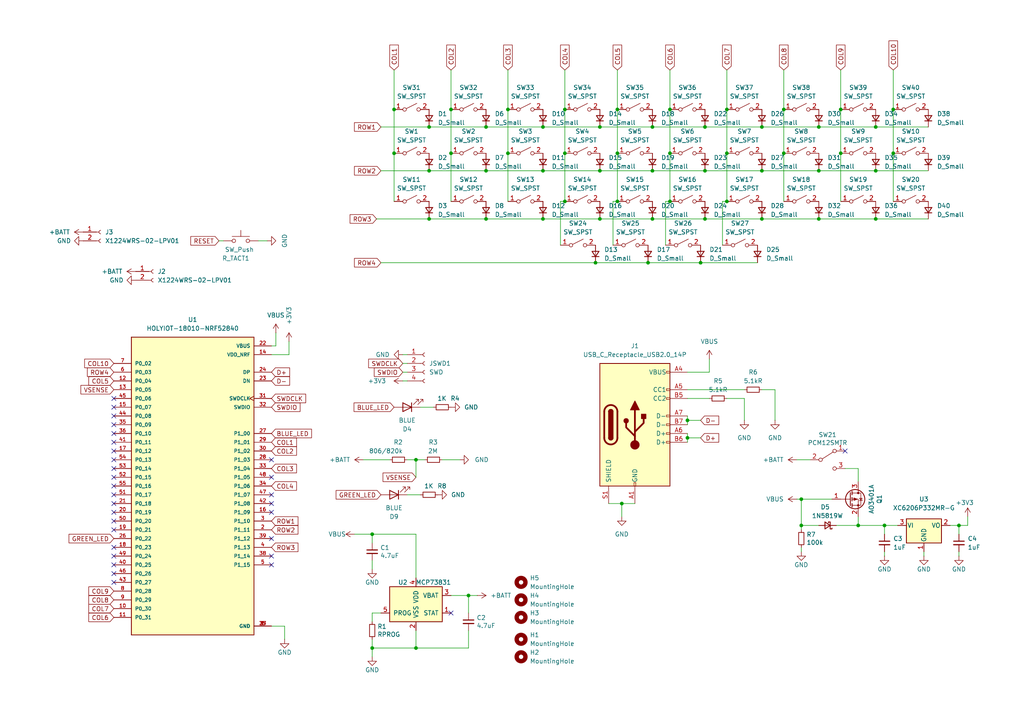
<source format=kicad_sch>
(kicad_sch (version 20231120) (generator "eeschema") (generator_version "8.0")
  (paper "A4")
  (junction (at 157.48 63.5))
  (junction (at 157.48 49.53))
  (junction (at 173.99 36.83))
  (junction (at 220.98 49.53))
  (junction (at 204.47 63.5))
  (junction (at 210.82 44.45))
  (junction (at 189.23 49.53))
  (junction (at 227.33 31.75))
  (junction (at 259.08 44.45))
  (junction (at 243.84 44.45))
  (junction (at 147.32 44.45))
  (junction (at 147.32 31.75))
  (junction (at 124.46 63.5))
  (junction (at 124.46 36.83))
  (junction (at 254 63.5))
  (junction (at 232.41 144.78))
  (junction (at 237.49 36.83))
  (junction (at 194.31 31.75))
  (junction (at 124.46 49.53))
  (junction (at 140.97 63.5))
  (junction (at 163.83 31.75))
  (junction (at 130.81 31.75))
  (junction (at 220.98 63.5))
  (junction (at 120.65 133.35))
  (junction (at 259.08 31.75))
  (junction (at 107.95 187.96))
  (junction (at 210.82 31.75))
  (junction (at 179.07 44.45))
  (junction (at 180.34 146.05))
  (junction (at 173.99 63.5))
  (junction (at 107.95 154.94))
  (junction (at 140.97 49.53))
  (junction (at 199.39 121.92))
  (junction (at 237.49 63.5))
  (junction (at 130.81 44.45))
  (junction (at 203.2 76.2))
  (junction (at 114.3 31.75))
  (junction (at 220.98 36.83))
  (junction (at 199.39 127))
  (junction (at 179.07 58.42))
  (junction (at 254 36.83))
  (junction (at 163.83 58.42))
  (junction (at 278.13 152.4))
  (junction (at 243.84 31.75))
  (junction (at 227.33 44.45))
  (junction (at 173.99 49.53))
  (junction (at 194.31 44.45))
  (junction (at 256.54 152.4))
  (junction (at 210.82 58.42))
  (junction (at 172.72 76.2))
  (junction (at 179.07 31.75))
  (junction (at 189.23 36.83))
  (junction (at 204.47 49.53))
  (junction (at 157.48 36.83))
  (junction (at 189.23 63.5))
  (junction (at 187.96 76.2))
  (junction (at 140.97 36.83))
  (junction (at 248.92 152.4))
  (junction (at 232.41 152.4))
  (junction (at 114.3 44.45))
  (junction (at 204.47 36.83))
  (junction (at 194.31 58.42))
  (junction (at 163.83 44.45))
  (junction (at 120.65 187.96))
  (junction (at 135.89 172.72))
  (junction (at 254 49.53))
  (junction (at 237.49 49.53))
  (no_connect (at 33.02 151.13))
  (no_connect (at 78.74 146.05))
  (no_connect (at 33.02 135.89))
  (no_connect (at 33.02 133.35))
  (no_connect (at 33.02 120.65))
  (no_connect (at 33.02 118.11))
  (no_connect (at 33.02 143.51))
  (no_connect (at 78.74 143.51))
  (no_connect (at 33.02 158.75))
  (no_connect (at 78.74 163.83))
  (no_connect (at 33.02 163.83))
  (no_connect (at 33.02 140.97))
  (no_connect (at 33.02 123.19))
  (no_connect (at 78.74 133.35))
  (no_connect (at 33.02 115.57))
  (no_connect (at 33.02 153.67))
  (no_connect (at 130.81 177.8))
  (no_connect (at 33.02 138.43))
  (no_connect (at 78.74 156.21))
  (no_connect (at 33.02 161.29))
  (no_connect (at 33.02 168.91))
  (no_connect (at 78.74 138.43))
  (no_connect (at 33.02 166.37))
  (no_connect (at 33.02 125.73))
  (no_connect (at 245.11 130.81))
  (no_connect (at 33.02 128.27))
  (no_connect (at 33.02 130.81))
  (no_connect (at 78.74 148.59))
  (no_connect (at 78.74 161.29))
  (no_connect (at 33.02 148.59))
  (no_connect (at 33.02 146.05))
  (wire (pts (xy 227.33 44.45) (xy 227.33 58.42)))
  (wire (pts (xy 147.32 44.45) (xy 147.32 58.42)))
  (wire (pts (xy 128.27 133.35) (xy 133.35 133.35)))
  (wire (pts (xy 173.99 63.5) (xy 189.23 63.5)))
  (wire (pts (xy 124.46 36.83) (xy 140.97 36.83)))
  (wire (pts (xy 194.31 31.75) (xy 194.31 44.45)))
  (wire (pts (xy 110.49 49.53) (xy 124.46 49.53)))
  (wire (pts (xy 248.92 152.4) (xy 256.54 152.4)))
  (wire (pts (xy 209.55 58.42) (xy 209.55 71.12)))
  (wire (pts (xy 147.32 31.75) (xy 147.32 44.45)))
  (wire (pts (xy 204.47 63.5) (xy 220.98 63.5)))
  (wire (pts (xy 179.07 58.42) (xy 177.8 58.42)))
  (wire (pts (xy 157.48 36.83) (xy 173.99 36.83)))
  (wire (pts (xy 242.57 152.4) (xy 248.92 152.4)))
  (wire (pts (xy 237.49 49.53) (xy 254 49.53)))
  (wire (pts (xy 63.5 69.85) (xy 64.77 69.85)))
  (wire (pts (xy 102.87 154.94) (xy 107.95 154.94)))
  (wire (pts (xy 124.46 63.5) (xy 140.97 63.5)))
  (wire (pts (xy 110.49 36.83) (xy 124.46 36.83)))
  (wire (pts (xy 199.39 125.73) (xy 199.39 127)))
  (wire (pts (xy 248.92 152.4) (xy 248.92 149.86)))
  (wire (pts (xy 243.84 31.75) (xy 243.84 44.45)))
  (wire (pts (xy 203.2 76.2) (xy 219.71 76.2)))
  (wire (pts (xy 163.83 44.45) (xy 163.83 58.42)))
  (wire (pts (xy 107.95 162.56) (xy 107.95 165.1)))
  (wire (pts (xy 179.07 20.32) (xy 179.07 31.75)))
  (wire (pts (xy 220.98 49.53) (xy 237.49 49.53)))
  (wire (pts (xy 107.95 154.94) (xy 120.65 154.94)))
  (wire (pts (xy 237.49 63.5) (xy 254 63.5)))
  (wire (pts (xy 231.14 144.78) (xy 232.41 144.78)))
  (wire (pts (xy 118.11 133.35) (xy 120.65 133.35)))
  (wire (pts (xy 110.49 76.2) (xy 172.72 76.2)))
  (wire (pts (xy 120.65 154.94) (xy 120.65 167.64)))
  (wire (pts (xy 180.34 146.05) (xy 180.34 149.86)))
  (wire (pts (xy 135.89 182.88) (xy 135.89 187.96)))
  (wire (pts (xy 199.39 113.03) (xy 215.9 113.03)))
  (wire (pts (xy 194.31 58.42) (xy 193.04 58.42)))
  (wire (pts (xy 180.34 146.05) (xy 184.15 146.05)))
  (wire (pts (xy 232.41 152.4) (xy 232.41 144.78)))
  (wire (pts (xy 248.92 135.89) (xy 248.92 139.7)))
  (wire (pts (xy 189.23 49.53) (xy 204.47 49.53)))
  (wire (pts (xy 140.97 36.83) (xy 157.48 36.83)))
  (wire (pts (xy 220.98 113.03) (xy 224.79 113.03)))
  (wire (pts (xy 232.41 158.75) (xy 232.41 160.02)))
  (wire (pts (xy 118.11 143.51) (xy 121.92 143.51)))
  (wire (pts (xy 259.08 31.75) (xy 259.08 44.45)))
  (wire (pts (xy 124.46 49.53) (xy 140.97 49.53)))
  (wire (pts (xy 210.82 58.42) (xy 209.55 58.42)))
  (wire (pts (xy 205.74 107.95) (xy 205.74 104.14)))
  (wire (pts (xy 194.31 44.45) (xy 194.31 58.42)))
  (wire (pts (xy 107.95 157.48) (xy 107.95 154.94)))
  (wire (pts (xy 78.74 181.61) (xy 82.55 181.61)))
  (wire (pts (xy 231.14 133.35) (xy 234.95 133.35)))
  (wire (pts (xy 193.04 58.42) (xy 193.04 71.12)))
  (wire (pts (xy 260.35 152.4) (xy 256.54 152.4)))
  (wire (pts (xy 172.72 76.2) (xy 187.96 76.2)))
  (wire (pts (xy 177.8 58.42) (xy 177.8 71.12)))
  (wire (pts (xy 254 49.53) (xy 269.24 49.53)))
  (wire (pts (xy 187.96 76.2) (xy 203.2 76.2)))
  (wire (pts (xy 254 63.5) (xy 269.24 63.5)))
  (wire (pts (xy 215.9 115.57) (xy 215.9 121.92)))
  (wire (pts (xy 120.65 133.35) (xy 123.19 133.35)))
  (wire (pts (xy 120.65 133.35) (xy 120.65 138.43)))
  (wire (pts (xy 82.55 181.61) (xy 82.55 185.42)))
  (wire (pts (xy 243.84 44.45) (xy 243.84 58.42)))
  (wire (pts (xy 163.83 31.75) (xy 163.83 44.45)))
  (wire (pts (xy 109.22 63.5) (xy 124.46 63.5)))
  (wire (pts (xy 199.39 120.65) (xy 199.39 121.92)))
  (wire (pts (xy 224.79 113.03) (xy 224.79 121.92)))
  (wire (pts (xy 199.39 115.57) (xy 205.74 115.57)))
  (wire (pts (xy 278.13 152.4) (xy 278.13 154.94)))
  (wire (pts (xy 210.82 115.57) (xy 215.9 115.57)))
  (wire (pts (xy 173.99 36.83) (xy 189.23 36.83)))
  (wire (pts (xy 243.84 20.32) (xy 243.84 31.75)))
  (wire (pts (xy 162.56 58.42) (xy 162.56 71.12)))
  (wire (pts (xy 179.07 31.75) (xy 179.07 44.45)))
  (wire (pts (xy 210.82 20.32) (xy 210.82 31.75)))
  (wire (pts (xy 220.98 36.83) (xy 237.49 36.83)))
  (wire (pts (xy 199.39 121.92) (xy 199.39 123.19)))
  (wire (pts (xy 130.81 172.72) (xy 135.89 172.72)))
  (wire (pts (xy 163.83 20.32) (xy 163.83 31.75)))
  (wire (pts (xy 83.82 102.87) (xy 83.82 99.06)))
  (wire (pts (xy 80.01 96.52) (xy 80.01 100.33)))
  (wire (pts (xy 114.3 20.32) (xy 114.3 31.75)))
  (wire (pts (xy 267.97 160.02) (xy 267.97 161.29)))
  (wire (pts (xy 210.82 31.75) (xy 210.82 44.45)))
  (wire (pts (xy 189.23 63.5) (xy 204.47 63.5)))
  (wire (pts (xy 204.47 49.53) (xy 220.98 49.53)))
  (wire (pts (xy 245.11 135.89) (xy 248.92 135.89)))
  (wire (pts (xy 199.39 107.95) (xy 205.74 107.95)))
  (wire (pts (xy 120.65 187.96) (xy 107.95 187.96)))
  (wire (pts (xy 254 36.83) (xy 269.24 36.83)))
  (wire (pts (xy 116.84 110.49) (xy 118.11 110.49)))
  (wire (pts (xy 220.98 63.5) (xy 237.49 63.5)))
  (wire (pts (xy 227.33 20.32) (xy 227.33 31.75)))
  (wire (pts (xy 256.54 152.4) (xy 256.54 154.94)))
  (wire (pts (xy 130.81 31.75) (xy 130.81 44.45)))
  (wire (pts (xy 120.65 187.96) (xy 135.89 187.96)))
  (wire (pts (xy 80.01 100.33) (xy 78.74 100.33)))
  (wire (pts (xy 130.81 44.45) (xy 130.81 58.42)))
  (wire (pts (xy 140.97 63.5) (xy 157.48 63.5)))
  (wire (pts (xy 157.48 49.53) (xy 173.99 49.53)))
  (wire (pts (xy 114.3 44.45) (xy 114.3 58.42)))
  (wire (pts (xy 194.31 20.32) (xy 194.31 31.75)))
  (wire (pts (xy 130.81 20.32) (xy 130.81 31.75)))
  (wire (pts (xy 157.48 63.5) (xy 173.99 63.5)))
  (wire (pts (xy 163.83 58.42) (xy 162.56 58.42)))
  (wire (pts (xy 189.23 36.83) (xy 204.47 36.83)))
  (wire (pts (xy 278.13 160.02) (xy 278.13 161.29)))
  (wire (pts (xy 232.41 144.78) (xy 241.3 144.78)))
  (wire (pts (xy 176.53 146.05) (xy 180.34 146.05)))
  (wire (pts (xy 121.92 118.11) (xy 125.73 118.11)))
  (wire (pts (xy 259.08 44.45) (xy 259.08 58.42)))
  (wire (pts (xy 135.89 172.72) (xy 138.43 172.72)))
  (wire (pts (xy 116.84 107.95) (xy 118.11 107.95)))
  (wire (pts (xy 110.49 177.8) (xy 107.95 177.8)))
  (wire (pts (xy 227.33 31.75) (xy 227.33 44.45)))
  (wire (pts (xy 135.89 172.72) (xy 135.89 177.8)))
  (wire (pts (xy 116.84 102.87) (xy 118.11 102.87)))
  (wire (pts (xy 173.99 49.53) (xy 189.23 49.53)))
  (wire (pts (xy 199.39 127) (xy 199.39 128.27)))
  (wire (pts (xy 237.49 36.83) (xy 254 36.83)))
  (wire (pts (xy 179.07 44.45) (xy 179.07 58.42)))
  (wire (pts (xy 199.39 127) (xy 203.2 127)))
  (wire (pts (xy 256.54 160.02) (xy 256.54 161.29)))
  (wire (pts (xy 199.39 121.92) (xy 203.2 121.92)))
  (wire (pts (xy 278.13 152.4) (xy 275.59 152.4)))
  (wire (pts (xy 107.95 177.8) (xy 107.95 180.34)))
  (wire (pts (xy 107.95 190.5) (xy 107.95 187.96)))
  (wire (pts (xy 74.93 69.85) (xy 77.47 69.85)))
  (wire (pts (xy 140.97 49.53) (xy 157.48 49.53)))
  (wire (pts (xy 105.41 133.35) (xy 113.03 133.35)))
  (wire (pts (xy 280.67 152.4) (xy 278.13 152.4)))
  (wire (pts (xy 237.49 152.4) (xy 232.41 152.4)))
  (wire (pts (xy 280.67 149.86) (xy 280.67 152.4)))
  (wire (pts (xy 107.95 185.42) (xy 107.95 187.96)))
  (wire (pts (xy 232.41 152.4) (xy 232.41 153.67)))
  (wire (pts (xy 78.74 102.87) (xy 83.82 102.87)))
  (wire (pts (xy 114.3 31.75) (xy 114.3 44.45)))
  (wire (pts (xy 120.65 182.88) (xy 120.65 187.96)))
  (wire (pts (xy 204.47 36.83) (xy 220.98 36.83)))
  (wire (pts (xy 210.82 44.45) (xy 210.82 58.42)))
  (wire (pts (xy 259.08 20.32) (xy 259.08 31.75)))
  (wire (pts (xy 116.84 105.41) (xy 118.11 105.41)))
  (wire (pts (xy 147.32 20.32) (xy 147.32 31.75)))
  (global_label "GREEN_LED" (shape input) (at 33.02 156.21 180) (property "Intersheetrefs" "${INTERSHEET_REFS}" (effects (hide yes))))
  (global_label "SWDCLK" (shape input) (at 116.84 105.41 180) (property "Intersheetrefs" "${INTERSHEET_REFS}" (effects (hide yes))))
  (global_label "COL7" (shape input) (at 210.82 20.32 90) (property "Intersheetrefs" "${INTERSHEET_REFS}" (effects (hide yes))))
  (global_label "COL4" (shape input) (at 163.83 20.32 90) (property "Intersheetrefs" "${INTERSHEET_REFS}" (effects (hide yes))))
  (global_label "COL1" (shape input) (at 78.74 128.27 0) (property "Intersheetrefs" "${INTERSHEET_REFS}" (effects (hide yes))))
  (global_label "COL5" (shape input) (at 33.02 110.49 180) (property "Intersheetrefs" "${INTERSHEET_REFS}" (effects (hide yes))))
  (global_label "GREEN_LED" (shape input) (at 110.49 143.51 180) (property "Intersheetrefs" "${INTERSHEET_REFS}" (effects (hide yes))))
  (global_label "COL7" (shape input) (at 33.02 176.53 180) (property "Intersheetrefs" "${INTERSHEET_REFS}" (effects (hide yes))))
  (global_label "COL10" (shape input) (at 259.08 20.32 90) (property "Intersheetrefs" "${INTERSHEET_REFS}" (effects (hide yes))))
  (global_label "ROW1" (shape input) (at 110.49 36.83 180) (property "Intersheetrefs" "${INTERSHEET_REFS}" (effects (hide yes))))
  (global_label "RESET" (shape input) (at 63.5 69.85 180) (property "Intersheetrefs" "${INTERSHEET_REFS}" (effects (hide yes))))
  (global_label "ROW3" (shape input) (at 109.22 63.5 180) (property "Intersheetrefs" "${INTERSHEET_REFS}" (effects (hide yes))))
  (global_label "SWDIO" (shape input) (at 78.74 118.11 0) (property "Intersheetrefs" "${INTERSHEET_REFS}" (effects (hide yes))))
  (global_label "ROW4" (shape input) (at 110.49 76.2 180) (property "Intersheetrefs" "${INTERSHEET_REFS}" (effects (hide yes))))
  (global_label "COL2" (shape input) (at 78.74 130.81 0) (property "Intersheetrefs" "${INTERSHEET_REFS}" (effects (hide yes))))
  (global_label "VSENSE" (shape input) (at 120.65 138.43 180) (property "Intersheetrefs" "${INTERSHEET_REFS}" (effects (hide yes))))
  (global_label "COL4" (shape input) (at 78.74 140.97 0) (property "Intersheetrefs" "${INTERSHEET_REFS}" (effects (hide yes))))
  (global_label "COL9" (shape input) (at 33.02 171.45 180) (property "Intersheetrefs" "${INTERSHEET_REFS}" (effects (hide yes))))
  (global_label "COL5" (shape input) (at 179.07 20.32 90) (property "Intersheetrefs" "${INTERSHEET_REFS}" (effects (hide yes))))
  (global_label "BLUE_LED" (shape input) (at 78.74 125.73 0) (property "Intersheetrefs" "${INTERSHEET_REFS}" (effects (hide yes))))
  (global_label "COL8" (shape input) (at 33.02 173.99 180) (property "Intersheetrefs" "${INTERSHEET_REFS}" (effects (hide yes))))
  (global_label "ROW2" (shape input) (at 78.74 153.67 0) (property "Intersheetrefs" "${INTERSHEET_REFS}" (effects (hide yes))))
  (global_label "D+" (shape input) (at 203.2 127 0) (property "Intersheetrefs" "${INTERSHEET_REFS}" (effects (hide yes))))
  (global_label "ROW1" (shape input) (at 78.74 151.13 0) (property "Intersheetrefs" "${INTERSHEET_REFS}" (effects (hide yes))))
  (global_label "SWDCLK" (shape input) (at 78.74 115.57 0) (property "Intersheetrefs" "${INTERSHEET_REFS}" (effects (hide yes))))
  (global_label "ROW4" (shape input) (at 33.02 107.95 180) (property "Intersheetrefs" "${INTERSHEET_REFS}" (effects (hide yes))))
  (global_label "BLUE_LED" (shape input) (at 114.3 118.11 180) (property "Intersheetrefs" "${INTERSHEET_REFS}" (effects (hide yes))))
  (global_label "COL6" (shape input) (at 33.02 179.07 180) (property "Intersheetrefs" "${INTERSHEET_REFS}" (effects (hide yes))))
  (global_label "D-" (shape input) (at 203.2 121.92 0) (property "Intersheetrefs" "${INTERSHEET_REFS}" (effects (hide yes))))
  (global_label "COL2" (shape input) (at 130.81 20.32 90) (property "Intersheetrefs" "${INTERSHEET_REFS}" (effects (hide yes))))
  (global_label "ROW3" (shape input) (at 78.74 158.75 0) (property "Intersheetrefs" "${INTERSHEET_REFS}" (effects (hide yes))))
  (global_label "COL8" (shape input) (at 227.33 20.32 90) (property "Intersheetrefs" "${INTERSHEET_REFS}" (effects (hide yes))))
  (global_label "COL10" (shape input) (at 33.02 105.41 180) (property "Intersheetrefs" "${INTERSHEET_REFS}" (effects (hide yes))))
  (global_label "COL3" (shape input) (at 147.32 20.32 90) (property "Intersheetrefs" "${INTERSHEET_REFS}" (effects (hide yes))))
  (global_label "D-" (shape input) (at 78.74 110.49 0) (property "Intersheetrefs" "${INTERSHEET_REFS}" (effects (hide yes))))
  (global_label "VSENSE" (shape input) (at 33.02 113.03 180) (property "Intersheetrefs" "${INTERSHEET_REFS}" (effects (hide yes))))
  (global_label "SWDIO" (shape input) (at 116.84 107.95 180) (property "Intersheetrefs" "${INTERSHEET_REFS}" (effects (hide yes))))
  (global_label "COL9" (shape input) (at 243.84 20.32 90) (property "Intersheetrefs" "${INTERSHEET_REFS}" (effects (hide yes))))
  (global_label "COL6" (shape input) (at 194.31 20.32 90) (property "Intersheetrefs" "${INTERSHEET_REFS}" (effects (hide yes))))
  (global_label "D+" (shape input) (at 78.74 107.95 0) (property "Intersheetrefs" "${INTERSHEET_REFS}" (effects (hide yes))))
  (global_label "COL3" (shape input) (at 78.74 135.89 0) (property "Intersheetrefs" "${INTERSHEET_REFS}" (effects (hide yes))))
  (global_label "COL1" (shape input) (at 114.3 20.32 90) (property "Intersheetrefs" "${INTERSHEET_REFS}" (effects (hide yes))))
  (global_label "ROW2" (shape input) (at 110.49 49.53 180) (property "Intersheetrefs" "${INTERSHEET_REFS}" (effects (hide yes))))
  (symbol (lib_id "power:GND") (at 82.55 185.42 0) (unit 1)
    (property "Reference" "#PWR28" (effects (hide yes)))
    (property "Value" "GND" (at 82.55 189.23 0))
  )
  (symbol (lib_id "Switch:SW_SPST") (at 232.41 44.45 0) (unit 1)
    (property "Reference" "SW8" (at 232.41 38.1 0))
    (property "Value" "SW_SPST" (at 232.41 40.64 0))
    (property "Footprint" "PCM_Switch_Keyboard_Kailh:SW_Kailh_Choc_V1" (effects (hide yes)))
    (property "Description" "Single Pole Single Throw (SPST) switch" (effects (hide yes)))
  )
  (symbol (lib_id "Device:C_Small") (at 107.95 160.02 0) (unit 1)
    (property "Reference" "C1" (at 110.2868 158.8516 0) (effects (justify left)))
    (property "Value" "4.7uF" (at 110.2868 161.163 0) (effects (justify left)))
    (property "Footprint" "Capacitor_SMD:C_0603_1608Metric" (effects (hide yes)))
    (property "LCSC" "C19666" (effects (hide yes)))
    (property "Aliexpress" "https://www.aliexpress.com/item/33015056650.html?pdp_npi=4%40dis%21BRL%21R%24%2010%2C67%21R%24%2010%2C67%21%21%211.76%211.76%21%402103246617320622125076525e6bd8%2167159922017%21sh%21BR%214340077984%21X&spm=a2g0o.store_pc_allItems_or_groupList.new_all_items_2007523355393.33015056650" (effects (hide yes)))
  )
  (symbol (lib_id "power:GND") (at 278.13 161.29 0) (unit 1)
    (property "Reference" "#PWR16" (effects (hide yes)))
    (property "Value" "GND" (at 278.13 165.1 0))
  )
  (symbol (lib_id "power:+BATT") (at 24.13 67.31 90) (unit 1)
    (property "Reference" "#PWR25" (effects (hide yes)))
    (property "Value" "+BATT" (at 20.32 67.3099 90) (effects (justify left)))
  )
  (symbol (lib_id "Switch:SW_SPST") (at 168.91 44.45 0) (unit 1)
    (property "Reference" "SW4" (at 168.91 38.1 0))
    (property "Value" "SW_SPST" (at 168.91 40.64 0))
    (property "Footprint" "PCM_Switch_Keyboard_Kailh:SW_Kailh_Choc_V1" (effects (hide yes)))
    (property "Description" "Single Pole Single Throw (SPST) switch" (effects (hide yes)))
  )
  (symbol (lib_id "power:GND") (at 180.34 149.86 0) (unit 1)
    (property "Reference" "#PWR13" (effects (hide yes)))
    (property "Value" "GND" (at 180.34 154.94 0))
    (property "Description" "Power symbol creates a global label with name \"GND\" , ground" (effects (hide yes)))
  )
  (symbol (lib_id "power:GND") (at 116.84 102.87 270) (unit 1)
    (property "Reference" "#PWR18" (effects (hide yes)))
    (property "Value" "GND" (at 113.03 102.8699 90) (effects (justify right)))
  )
  (symbol (lib_id "Device:R_Small") (at 124.46 143.51 90) (unit 1)
    (property "Reference" "R8" (at 129.54 140.97 90) (effects (justify left)))
    (property "Value" "1K" (at 125.73 140.97 90) (effects (justify left)))
    (property "Footprint" "Resistor_SMD:R_0603_1608Metric" (effects (hide yes)))
    (property "Aliexpress" "https://www.aliexpress.com/item/32847135098.html?pdp_npi=4%40dis%21BRL%21R%24%207%2C95%21R%24%207%2C95%21%21%211.31%211.31%21%4021030ea417320477566177655e9c92%2165168386237%21sh%21BR%214340077984%21X&spm=a2g0o.store_pc_allItems_or_groupList.new_all_items_2007523355393.32847135098" (effects (hide yes)))
    (property "LCSC" "C21190" (effects (hide yes)))
  )
  (symbol (lib_id "Device:D_Small") (at 203.2 73.66 90) (unit 1)
    (property "Reference" "D21" (at 205.74 72.3899 90) (effects (justify right)))
    (property "Value" "D_Small" (at 205.74 74.9299 90) (effects (justify right)))
    (property "Footprint" "Diode_SMD:D_SOD-123" (effects (hide yes)))
    (property "Description" "Diode, small symbol" (effects (hide yes)))
    (property "Sim.Device" "D" (effects (hide yes)))
    (property "Sim.Pins" "1=K 2=A" (effects (hide yes)))
  )
  (symbol (lib_id "Device:C_Small") (at 135.89 180.34 0) (unit 1)
    (property "Reference" "C2" (at 138.2268 179.1716 0) (effects (justify left)))
    (property "Value" "4.7uF" (at 138.2268 181.483 0) (effects (justify left)))
    (property "Footprint" "Capacitor_SMD:C_0603_1608Metric" (effects (hide yes)))
    (property "LCSC" "C19666" (effects (hide yes)))
    (property "Aliexpress" "https://www.aliexpress.com/item/33015056650.html?pdp_npi=4%40dis%21BRL%21R%24%2010%2C67%21R%24%2010%2C67%21%21%211.76%211.76%21%402103246617320622125076525e6bd8%2167159922017%21sh%21BR%214340077984%21X&spm=a2g0o.store_pc_allItems_or_groupList.new_all_items_2007523355393.33015056650" (effects (hide yes)))
  )
  (symbol (lib_id "Device:D_Small") (at 204.47 60.96 90) (unit 1)
    (property "Reference" "D24" (at 207.01 59.6899 90) (effects (justify right)))
    (property "Value" "D_Small" (at 207.01 62.2299 90) (effects (justify right)))
    (property "Footprint" "Diode_SMD:D_SOD-123" (effects (hide yes)))
    (property "Description" "Diode, small symbol" (effects (hide yes)))
    (property "Sim.Device" "D" (effects (hide yes)))
    (property "Sim.Pins" "1=K 2=A" (effects (hide yes)))
  )
  (symbol (lib_name "VBUS_1") (lib_id "power:VBUS") (at 231.14 144.78 90) (unit 1)
    (property "Reference" "#PWR6" (effects (hide yes)))
    (property "Value" "VBUS" (at 227.33 144.7799 90) (effects (justify left)))
    (property "Description" "Power symbol creates a global label with name \"VBUS\"" (effects (hide yes)))
  )
  (symbol (lib_id "power:GND") (at 127 143.51 90) (unit 1)
    (property "Reference" "#PWR29" (effects (hide yes)))
    (property "Value" "GND" (at 130.81 143.5099 90) (effects (justify right)))
  )
  (symbol (lib_id "Device:R_Small") (at 232.41 156.21 180) (unit 1)
    (property "Reference" "R7" (at 233.9086 155.0416 0) (effects (justify right)))
    (property "Value" "100k" (at 233.9086 157.353 0) (effects (justify right)))
    (property "Footprint" "Resistor_SMD:R_0603_1608Metric" (effects (hide yes)))
    (property "LCSC" "C25803" (effects (hide yes)))
    (property "Aliexpress" "https://www.aliexpress.com/item/32847135098.html?pdp_npi=4%40dis%21BRL%21R%24%207%2C95%21R%24%207%2C95%21%21%211.31%211.31%21%4021030ea417320477566177655e9c92%2165168386237%21sh%21BR%214340077984%21X&spm=a2g0o.store_pc_allItems_or_groupList.new_all_items_2007523355393.32847135098" (effects (hide yes)))
  )
  (symbol (lib_id "Switch:SW_SPST") (at 215.9 31.75 0) (unit 1)
    (property "Reference" "SW37" (at 215.9 25.4 0))
    (property "Value" "SW_SPST" (at 215.9 27.94 0))
    (property "Footprint" "PCM_Switch_Keyboard_Kailh:SW_Kailh_Choc_V1" (effects (hide yes)))
    (property "Description" "Single Pole Single Throw (SPST) switch" (effects (hide yes)))
  )
  (symbol (lib_id "Switch:SW_SPST") (at 264.16 44.45 0) (unit 1)
    (property "Reference" "SW10" (at 264.16 38.1 0))
    (property "Value" "SW_SPST" (at 264.16 40.64 0))
    (property "Footprint" "PCM_Switch_Keyboard_Kailh:SW_Kailh_Choc_V1" (effects (hide yes)))
    (property "Description" "Single Pole Single Throw (SPST) switch" (effects (hide yes)))
  )
  (symbol (lib_id "Device:R_Small") (at 125.73 133.35 90) (unit 1)
    (property "Reference" "R3" (at 127 128.27 90) (effects (justify left)))
    (property "Value" "2M" (at 126.9999 130.81 90) (effects (justify left)))
    (property "Footprint" "Resistor_SMD:R_0603_1608Metric" (effects (hide yes)))
    (property "Aliexpress" "https://www.aliexpress.com/item/32847135098.html?pdp_npi=4%40dis%21BRL%21R%24%207%2C95%21R%24%207%2C95%21%21%211.31%211.31%21%4021030ea417320477566177655e9c92%2165168386237%21sh%21BR%214340077984%21X&spm=a2g0o.store_pc_allItems_or_groupList.new_all_items_2007523355393.32847135098" (effects (hide yes)))
    (property "LCSC" "C22976" (effects (hide yes)))
  )
  (symbol (lib_id "Device:D_Small") (at 254 60.96 90) (unit 1)
    (property "Reference" "D36" (at 256.54 59.6899 90) (effects (justify right)))
    (property "Value" "D_Small" (at 256.54 62.2299 90) (effects (justify right)))
    (property "Footprint" "Diode_SMD:D_SOD-123" (effects (hide yes)))
    (property "Description" "Diode, small symbol" (effects (hide yes)))
    (property "Sim.Device" "D" (effects (hide yes)))
    (property "Sim.Pins" "1=K 2=A" (effects (hide yes)))
  )
  (symbol (lib_id "Switch:SW_Push") (at 69.85 69.85 0) (unit 1)
    (property "Reference" "R_TACT1" (at 72.39 74.93 0) (effects (justify right)))
    (property "Value" "SW_Push" (at 73.66 72.39 0) (effects (justify right)))
    (property "Footprint" "Button_Switch_SMD:Panasonic_EVQPUL_EVQPUC" (effects (hide yes)))
    (property "Aliexpress" "https://www.aliexpress.com/item/1005005453787620.html?spm=a2g0o.productlist.main.1.11d71ae5j97qJo&algo_pvid=568eff6e-180e-4b37-958c-7c0a3b0f84d9&algo_exp_id=568eff6e-180e-4b37-958c-7c0a3b0f84d9-0&pdp_npi=4%40dis%21BRL%2110.94%219.89%21%21%2113.03%2111.78%21%402103273e17319427737965163e3c62%2112000038111003831%21sea%21BR%214340077984%21X&curPageLogUid=5a6rqzQqwGi2&utparam-url=scene%3Asearch%7Cquery_from%3A" (effects (hide yes)))
    (property "LCSC" "C79175" (effects (hide yes)))
  )
  (symbol (lib_id "power:GND") (at 232.41 160.02 0) (unit 1)
    (property "Reference" "#PWR9" (effects (hide yes)))
    (property "Value" "GND" (at 232.41 163.83 0))
  )
  (symbol (lib_id "Connector:USB_C_Receptacle_USB2.0_14P") (at 184.15 123.19 0) (unit 1)
    (property "Reference" "J1" (at 184.15 100.33 0))
    (property "Value" "USB_C_Receptacle_USB2.0_14P" (at 184.15 102.87 0))
    (property "Footprint" "Connector_USB:USB_C_Receptacle_HRO_TYPE-C-31-M-12" (effects (hide yes)))
    (property "Datasheet" "https://www.usb.org/sites/default/files/documents/usb_type-c.zip" (effects (hide yes)))
    (property "Description" "USB 2.0-only 14P Type-C Receptacle connector" (effects (hide yes)))
  )
  (symbol (lib_name "VBUS_3") (lib_id "power:VBUS") (at 205.74 104.14 0) (unit 1)
    (property "Reference" "#PWR14" (effects (hide yes)))
    (property "Value" "VBUS" (at 205.74 99.06 0))
    (property "Description" "Power symbol creates a global label with name \"VBUS\"" (effects (hide yes)))
  )
  (symbol (lib_id "Switch:SW_SPST") (at 119.38 31.75 0) (unit 1)
    (property "Reference" "SW31" (at 119.38 25.4 0))
    (property "Value" "SW_SPST" (at 119.38 27.94 0))
    (property "Footprint" "PCM_Switch_Keyboard_Kailh:SW_Kailh_Choc_V1" (effects (hide yes)))
    (property "Description" "Single Pole Single Throw (SPST) switch" (effects (hide yes)))
  )
  (symbol (lib_id "Device:D_Small") (at 173.99 46.99 90) (unit 1)
    (property "Reference" "D15" (at 176.53 45.7199 90) (effects (justify right)))
    (property "Value" "D_Small" (at 176.53 48.2599 90) (effects (justify right)))
    (property "Footprint" "Diode_SMD:D_SOD-123" (effects (hide yes)))
    (property "Description" "Diode, small symbol" (effects (hide yes)))
    (property "Sim.Device" "D" (effects (hide yes)))
    (property "Sim.Pins" "1=K 2=A" (effects (hide yes)))
  )
  (symbol (lib_id "Device:D_Small") (at 204.47 46.99 90) (unit 1)
    (property "Reference" "D23" (at 207.01 45.7199 90) (effects (justify right)))
    (property "Value" "D_Small" (at 207.01 48.2599 90) (effects (justify right)))
    (property "Footprint" "Diode_SMD:D_SOD-123" (effects (hide yes)))
    (property "Description" "Diode, small symbol" (effects (hide yes)))
    (property "Sim.Device" "D" (effects (hide yes)))
    (property "Sim.Pins" "1=K 2=A" (effects (hide yes)))
  )
  (symbol (lib_id "Switch:SW_SPST") (at 167.64 71.12 0) (unit 1)
    (property "Reference" "SW24" (at 167.64 64.77 0))
    (property "Value" "SW_SPST" (at 167.64 67.31 0))
    (property "Footprint" "PCM_Switch_Keyboard_Kailh:SW_Kailh_Choc_V1" (effects (hide yes)))
    (property "Description" "Single Pole Single Throw (SPST) switch" (effects (hide yes)))
  )
  (symbol (lib_id "Switch:SW_SPST") (at 248.92 31.75 0) (unit 1)
    (property "Reference" "SW39" (at 248.92 25.4 0))
    (property "Value" "SW_SPST" (at 248.92 27.94 0))
    (property "Footprint" "PCM_Switch_Keyboard_Kailh:SW_Kailh_Choc_V1" (effects (hide yes)))
    (property "Description" "Single Pole Single Throw (SPST) switch" (effects (hide yes)))
  )
  (symbol (lib_id "power:GND") (at 39.37 81.28 270) (unit 1)
    (property "Reference" "#PWR24" (effects (hide yes)))
    (property "Value" "GND" (at 31.75 81.28 90) (effects (justify left)))
  )
  (symbol (lib_id "Device:D_Small") (at 189.23 46.99 90) (unit 1)
    (property "Reference" "D19" (at 191.77 45.7199 90) (effects (justify right)))
    (property "Value" "D_Small" (at 191.77 48.2599 90) (effects (justify right)))
    (property "Footprint" "Diode_SMD:D_SOD-123" (effects (hide yes)))
    (property "Description" "Diode, small symbol" (effects (hide yes)))
    (property "Sim.Device" "D" (effects (hide yes)))
    (property "Sim.Pins" "1=K 2=A" (effects (hide yes)))
  )
  (symbol (lib_id "Mechanical:MountingHole") (at 151.13 185.42 0) (unit 1) (exclude_from_sim yes) (in_bom no)
    (property "Reference" "H1" (at 153.67 184.1499 0) (effects (justify left)))
    (property "Value" "MountingHole" (at 153.67 186.6899 0) (effects (justify left)))
    (property "Footprint" "MountingHole:MountingHole_5.3mm_M5" (effects (hide yes)))
    (property "Description" "Mounting Hole without connection" (effects (hide yes)))
  )
  (symbol (lib_id "Switch:SW_SPST") (at 119.38 58.42 0) (unit 1)
    (property "Reference" "SW11" (at 119.38 52.07 0))
    (property "Value" "SW_SPST" (at 119.38 54.61 0))
    (property "Footprint" "PCM_Switch_Keyboard_Kailh:SW_Kailh_Choc_V1" (effects (hide yes)))
    (property "Description" "Single Pole Single Throw (SPST) switch" (effects (hide yes)))
  )
  (symbol (lib_id "Device:D_Small") (at 187.96 73.66 90) (unit 1)
    (property "Reference" "D17" (at 190.5 72.3899 90) (effects (justify right)))
    (property "Value" "D_Small" (at 190.5 74.9299 90) (effects (justify right)))
    (property "Footprint" "Diode_SMD:D_SOD-123" (effects (hide yes)))
    (property "Description" "Diode, small symbol" (effects (hide yes)))
    (property "Sim.Device" "D" (effects (hide yes)))
    (property "Sim.Pins" "1=K 2=A" (effects (hide yes)))
  )
  (symbol (lib_id "Device:D_Small") (at 157.48 34.29 90) (unit 1)
    (property "Reference" "D10" (at 160.02 33.0199 90) (effects (justify right)))
    (property "Value" "D_Small" (at 160.02 35.5599 90) (effects (justify right)))
    (property "Footprint" "Diode_SMD:D_SOD-123" (effects (hide yes)))
    (property "Description" "Diode, small symbol" (effects (hide yes)))
    (property "Sim.Device" "D" (effects (hide yes)))
    (property "Sim.Pins" "1=K 2=A" (effects (hide yes)))
  )
  (symbol (lib_id "Device:R_Small") (at 208.28 115.57 90) (unit 1)
    (property "Reference" "R5" (at 208.28 110.49 90))
    (property "Value" "5.1kR" (at 208.28 113.03 90))
    (property "Footprint" "Resistor_SMD:R_0603_1608Metric" (effects (hide yes)))
    (property "Description" "Resistor, small symbol" (effects (hide yes)))
  )
  (symbol (lib_id "HOLYIOT-18010-NRF52840:HOLYIOT-18010-NRF52840") (at 55.88 140.97 0) (unit 1)
    (property "Reference" "U1" (at 55.88 92.71 0))
    (property "Value" "HOLYIOT-18010-NRF52840" (at 55.88 95.25 0))
    (property "Footprint" "mylib:XCVR_HOLYIOT-18010-NRF52840" (effects (hide yes)))
    (property "MF" "Holyiot" (effects (hide yes)))
    (property "Description_1" "\n                        \n                            Holyiot 18010 Nordic nRF52840 module Bluetooth low energy module\n                        \n" (effects (hide yes)))
    (property "Package" "Package" (effects (hide yes)))
    (property "Price" "None" (effects (hide yes)))
    (property "SnapEDA_Link" "https://www.snapeda.com/parts/HOLYIOT-18010-NRF52840/Holyiot/view-part/?ref=snap" (effects (hide yes)))
    (property "MP" "HOLYIOT-18010-NRF52840" (effects (hide yes)))
    (property "Availability" "Not in stock" (effects (hide yes)))
    (property "Check_prices" "https://www.snapeda.com/parts/HOLYIOT-18010-NRF52840/Holyiot/view-part/?ref=eda" (effects (hide yes)))
  )
  (symbol (lib_name "VBUS_2") (lib_id "power:VBUS") (at 80.01 96.52 0) (unit 1)
    (property "Reference" "#PWR21" (effects (hide yes)))
    (property "Value" "VBUS" (at 80.01 91.44 0))
    (property "Description" "Power symbol creates a global label with name \"VBUS\"" (effects (hide yes)))
  )
  (symbol (lib_id "Device:D_Small") (at 173.99 60.96 90) (unit 1)
    (property "Reference" "D16" (at 176.53 59.6899 90) (effects (justify right)))
    (property "Value" "D_Small" (at 176.53 62.2299 90) (effects (justify right)))
    (property "Footprint" "Diode_SMD:D_SOD-123" (effects (hide yes)))
    (property "Description" "Diode, small symbol" (effects (hide yes)))
    (property "Sim.Device" "D" (effects (hide yes)))
    (property "Sim.Pins" "1=K 2=A" (effects (hide yes)))
  )
  (symbol (lib_id "power:GND") (at 256.54 161.29 0) (unit 1)
    (property "Reference" "#PWR10" (effects (hide yes)))
    (property "Value" "GND" (at 256.54 165.1 0))
  )
  (symbol (lib_id "Switch:SW_SPST") (at 199.39 44.45 0) (unit 1)
    (property "Reference" "SW6" (at 199.39 38.1 0))
    (property "Value" "SW_SPST" (at 199.39 40.64 0))
    (property "Footprint" "PCM_Switch_Keyboard_Kailh:SW_Kailh_Choc_V1" (effects (hide yes)))
    (property "Description" "Single Pole Single Throw (SPST) switch" (effects (hide yes)))
  )
  (symbol (lib_id "Device:D_Small") (at 220.98 60.96 90) (unit 1)
    (property "Reference" "D28" (at 223.52 59.6899 90) (effects (justify right)))
    (property "Value" "D_Small" (at 223.52 62.2299 90) (effects (justify right)))
    (property "Footprint" "Diode_SMD:D_SOD-123" (effects (hide yes)))
    (property "Description" "Diode, small symbol" (effects (hide yes)))
    (property "Sim.Device" "D" (effects (hide yes)))
    (property "Sim.Pins" "1=K 2=A" (effects (hide yes)))
  )
  (symbol (lib_id "power:+3.3V") (at 83.82 99.06 0) (unit 1)
    (property "Reference" "#PWR20" (effects (hide yes)))
    (property "Value" "+3V3" (at 83.82 88.9 90) (effects (justify right)))
  )
  (symbol (lib_id "power:GND") (at 77.47 69.85 90) (unit 1)
    (property "Reference" "#PWR22" (effects (hide yes)))
    (property "Value" "GND" (at 82.55 69.85 0))
  )
  (symbol (lib_id "power:VBUS") (at 102.87 154.94 90) (unit 1)
    (property "Reference" "#PWR1" (effects (hide yes)))
    (property "Value" "VBUS" (at 97.79 154.94 90))
  )
  (symbol (lib_id "power:GND") (at 107.95 190.5 0) (unit 1)
    (property "Reference" "#PWR4" (effects (hide yes)))
    (property "Value" "GND" (at 107.95 194.31 0))
  )
  (symbol (lib_id "Device:D_Small") (at 157.48 60.96 90) (unit 1)
    (property "Reference" "D12" (at 160.02 59.6899 90) (effects (justify right)))
    (property "Value" "D_Small" (at 160.02 62.2299 90) (effects (justify right)))
    (property "Footprint" "Diode_SMD:D_SOD-123" (effects (hide yes)))
    (property "Description" "Diode, small symbol" (effects (hide yes)))
    (property "Sim.Device" "D" (effects (hide yes)))
    (property "Sim.Pins" "1=K 2=A" (effects (hide yes)))
  )
  (symbol (lib_id "Switch:SW_SPST") (at 199.39 58.42 0) (unit 1)
    (property "Reference" "SW16" (at 199.39 52.07 0))
    (property "Value" "SW_SPST" (at 199.39 54.61 0))
    (property "Footprint" "PCM_Switch_Keyboard_Kailh:SW_Kailh_Choc_V1" (effects (hide yes)))
    (property "Description" "Single Pole Single Throw (SPST) switch" (effects (hide yes)))
  )
  (symbol (lib_id "Device:D_Small") (at 189.23 34.29 90) (unit 1)
    (property "Reference" "D18" (at 191.77 33.0199 90) (effects (justify right)))
    (property "Value" "D_Small" (at 191.77 35.5599 90) (effects (justify right)))
    (property "Footprint" "Diode_SMD:D_SOD-123" (effects (hide yes)))
    (property "Description" "Diode, small symbol" (effects (hide yes)))
    (property "Sim.Device" "D" (effects (hide yes)))
    (property "Sim.Pins" "1=K 2=A" (effects (hide yes)))
  )
  (symbol (lib_id "Mechanical:MountingHole") (at 151.13 168.91 0) (unit 1) (exclude_from_sim yes) (in_bom no)
    (property "Reference" "H5" (at 153.67 167.6399 0) (effects (justify left)))
    (property "Value" "MountingHole" (at 153.67 170.1799 0) (effects (justify left)))
    (property "Footprint" "MountingHole:MountingHole_5.3mm_M5" (effects (hide yes)))
    (property "Description" "Mounting Hole without connection" (effects (hide yes)))
  )
  (symbol (lib_id "Switch:SW_SPST") (at 135.89 31.75 0) (unit 1)
    (property "Reference" "SW32" (at 135.89 25.4 0))
    (property "Value" "SW_SPST" (at 135.89 27.94 0))
    (property "Footprint" "PCM_Switch_Keyboard_Kailh:SW_Kailh_Choc_V1" (effects (hide yes)))
    (property "Description" "Single Pole Single Throw (SPST) switch" (effects (hide yes)))
  )
  (symbol (lib_id "kicad-keyboard-parts:XC6206PxxxMR-Regulator_Linear") (at 267.97 152.4 0) (unit 1)
    (property "Reference" "U3" (at 267.97 144.78 0))
    (property "Value" "XC6206P332MR-G" (at 267.97 147.32 0))
    (property "Footprint" "Package_TO_SOT_SMD:SOT-23" (effects (hide yes)))
    (property "Datasheet" "https://www.torexsemi.com/file/xc6206/XC6206.pdf" (effects (hide yes)))
    (property "LCSC" "C5446" (effects (hide yes)))
    (property "Aliexpress" "https://www.aliexpress.com/item/1005005560879957.html?spm=a2g0o.productlist.main.1.8147565e8xPCNS&algo_pvid=832843ed-a07d-488e-9a95-02c42698494f&algo_exp_id=832843ed-a07d-488e-9a95-02c42698494f-0&pdp_npi=4%40dis%21BRL%218.31%218.31%21%21%211.37%211.37%21%40210313e917320639779521928ed48d%2112000033548906902%21sea%21BR%214340077984%21X&curPageLogUid=XQoBcdRpxlZc&utparam-url=scene%3Asearch%7Cquery_from%3A" (effects (hide yes)))
  )
  (symbol (lib_id "Switch:SW_SPST") (at 168.91 58.42 0) (unit 1)
    (property "Reference" "SW14" (at 168.91 52.07 0))
    (property "Value" "SW_SPST" (at 168.91 54.61 0))
    (property "Footprint" "PCM_Switch_Keyboard_Kailh:SW_Kailh_Choc_V1" (effects (hide yes)))
    (property "Description" "Single Pole Single Throw (SPST) switch" (effects (hide yes)))
  )
  (symbol (lib_id "Device:D_Small") (at 140.97 60.96 90) (unit 1)
    (property "Reference" "D8" (at 143.51 59.6899 90) (effects (justify right)))
    (property "Value" "D_Small" (at 143.51 62.2299 90) (effects (justify right)))
    (property "Footprint" "Diode_SMD:D_SOD-123" (effects (hide yes)))
    (property "Description" "Diode, small symbol" (effects (hide yes)))
    (property "Sim.Device" "D" (effects (hide yes)))
    (property "Sim.Pins" "1=K 2=A" (effects (hide yes)))
  )
  (symbol (lib_id "Switch:SW_SPST") (at 152.4 58.42 0) (unit 1)
    (property "Reference" "SW13" (at 152.4 52.07 0))
    (property "Value" "SW_SPST" (at 152.4 54.61 0))
    (property "Footprint" "PCM_Switch_Keyboard_Kailh:SW_Kailh_Choc_V1" (effects (hide yes)))
    (property "Description" "Single Pole Single Throw (SPST) switch" (effects (hide yes)))
  )
  (symbol (lib_name "+BATT_1") (lib_id "power:+BATT") (at 231.14 133.35 90) (unit 1)
    (property "Reference" "#PWR5" (effects (hide yes)))
    (property "Value" "+BATT" (at 227.33 133.3499 90) (effects (justify left)))
    (property "Description" "Power symbol creates a global label with name \"+BATT\"" (effects (hide yes)))
  )
  (symbol (lib_name "+BATT_1") (lib_id "power:+BATT") (at 138.43 172.72 270) (unit 1)
    (property "Reference" "#PWR8" (effects (hide yes)))
    (property "Value" "+BATT" (at 142.24 172.7199 90) (effects (justify left)))
    (property "Description" "Power symbol creates a global label with name \"+BATT\"" (effects (hide yes)))
  )
  (symbol (lib_id "Switch:SW_SPST") (at 232.41 58.42 0) (unit 1)
    (property "Reference" "SW18" (at 232.41 52.07 0))
    (property "Value" "SW_SPST" (at 232.41 54.61 0))
    (property "Footprint" "PCM_Switch_Keyboard_Kailh:SW_Kailh_Choc_V1" (effects (hide yes)))
    (property "Description" "Single Pole Single Throw (SPST) switch" (effects (hide yes)))
  )
  (symbol (lib_id "Device:D_Small") (at 237.49 46.99 90) (unit 1)
    (property "Reference" "D31" (at 240.03 45.7199 90) (effects (justify right)))
    (property "Value" "D_Small" (at 240.03 48.2599 90) (effects (justify right)))
    (property "Footprint" "Diode_SMD:D_SOD-123" (effects (hide yes)))
    (property "Description" "Diode, small symbol" (effects (hide yes)))
    (property "Sim.Device" "D" (effects (hide yes)))
    (property "Sim.Pins" "1=K 2=A" (effects (hide yes)))
  )
  (symbol (lib_id "Device:D_Small") (at 237.49 34.29 90) (unit 1)
    (property "Reference" "D30" (at 240.03 33.0199 90) (effects (justify right)))
    (property "Value" "D_Small" (at 240.03 35.5599 90) (effects (justify right)))
    (property "Footprint" "Diode_SMD:D_SOD-123" (effects (hide yes)))
    (property "Description" "Diode, small symbol" (effects (hide yes)))
    (property "Sim.Device" "D" (effects (hide yes)))
    (property "Sim.Pins" "1=K 2=A" (effects (hide yes)))
  )
  (symbol (lib_id "Device:R_Small") (at 218.44 113.03 90) (unit 1)
    (property "Reference" "R6" (at 218.44 107.95 90))
    (property "Value" "5.1kR" (at 218.44 110.49 90))
    (property "Footprint" "Resistor_SMD:R_0603_1608Metric" (effects (hide yes)))
    (property "Description" "Resistor, small symbol" (effects (hide yes)))
  )
  (symbol (lib_id "Device:D_Small") (at 220.98 34.29 90) (unit 1)
    (property "Reference" "D26" (at 223.52 33.0199 90) (effects (justify right)))
    (property "Value" "D_Small" (at 223.52 35.5599 90) (effects (justify right)))
    (property "Footprint" "Diode_SMD:D_SOD-123" (effects (hide yes)))
    (property "Description" "Diode, small symbol" (effects (hide yes)))
    (property "Sim.Device" "D" (effects (hide yes)))
    (property "Sim.Pins" "1=K 2=A" (effects (hide yes)))
  )
  (symbol (lib_id "Switch:SW_SPST") (at 232.41 31.75 0) (unit 1)
    (property "Reference" "SW38" (at 232.41 25.4 0))
    (property "Value" "SW_SPST" (at 232.41 27.94 0))
    (property "Footprint" "PCM_Switch_Keyboard_Kailh:SW_Kailh_Choc_V1" (effects (hide yes)))
    (property "Description" "Single Pole Single Throw (SPST) switch" (effects (hide yes)))
  )
  (symbol (lib_id "Switch:SW_SPST") (at 248.92 58.42 0) (unit 1)
    (property "Reference" "SW19" (at 248.92 52.07 0))
    (property "Value" "SW_SPST" (at 248.92 54.61 0))
    (property "Footprint" "PCM_Switch_Keyboard_Kailh:SW_Kailh_Choc_V1" (effects (hide yes)))
    (property "Description" "Single Pole Single Throw (SPST) switch" (effects (hide yes)))
  )
  (symbol (lib_id "Switch:SW_SPST") (at 135.89 44.45 0) (unit 1)
    (property "Reference" "SW2" (at 135.89 38.1 0))
    (property "Value" "SW_SPST" (at 135.89 40.64 0))
    (property "Footprint" "PCM_Switch_Keyboard_Kailh:SW_Kailh_Choc_V1" (effects (hide yes)))
    (property "Description" "Single Pole Single Throw (SPST) switch" (effects (hide yes)))
  )
  (symbol (lib_id "Device:D_Small") (at 157.48 46.99 90) (unit 1)
    (property "Reference" "D11" (at 160.02 45.7199 90) (effects (justify right)))
    (property "Value" "D_Small" (at 160.02 48.2599 90) (effects (justify right)))
    (property "Footprint" "Diode_SMD:D_SOD-123" (effects (hide yes)))
    (property "Description" "Diode, small symbol" (effects (hide yes)))
    (property "Sim.Device" "D" (effects (hide yes)))
    (property "Sim.Pins" "1=K 2=A" (effects (hide yes)))
  )
  (symbol (lib_id "Switch:SW_SPST") (at 184.15 31.75 0) (unit 1)
    (property "Reference" "SW35" (at 184.15 25.4 0))
    (property "Value" "SW_SPST" (at 184.15 27.94 0))
    (property "Footprint" "PCM_Switch_Keyboard_Kailh:SW_Kailh_Choc_V1" (effects (hide yes)))
    (property "Description" "Single Pole Single Throw (SPST) switch" (effects (hide yes)))
  )
  (symbol (lib_id "power:GND") (at 267.97 161.29 0) (unit 1)
    (property "Reference" "#PWR15" (effects (hide yes)))
    (property "Value" "GND" (at 267.97 165.1 0))
  )
  (symbol (lib_id "power:+3.3V") (at 280.67 149.86 0) (unit 1)
    (property "Reference" "#PWR17" (effects (hide yes)))
    (property "Value" "+3V3" (at 282.448 145.796 0) (effects (justify right)))
  )
  (symbol (lib_id "power:+BATT") (at 39.37 78.74 90) (unit 1)
    (property "Reference" "#PWR23" (effects (hide yes)))
    (property "Value" "+BATT" (at 35.56 78.7399 90) (effects (justify left)))
  )
  (symbol (lib_id "Switch:SW_SPST") (at 184.15 58.42 0) (unit 1)
    (property "Reference" "SW15" (at 184.15 52.07 0))
    (property "Value" "SW_SPST" (at 184.15 54.61 0))
    (property "Footprint" "PCM_Switch_Keyboard_Kailh:SW_Kailh_Choc_V1" (effects (hide yes)))
    (property "Description" "Single Pole Single Throw (SPST) switch" (effects (hide yes)))
  )
  (symbol (lib_id "power:GND") (at 215.9 121.92 0) (unit 1)
    (property "Reference" "#PWR11" (effects (hide yes)))
    (property "Value" "GND" (at 215.9 127 0))
    (property "Description" "Power symbol creates a global label with name \"GND\" , ground" (effects (hide yes)))
  )
  (symbol (lib_id "Switch:SW_SPST") (at 182.88 71.12 0) (unit 1)
    (property "Reference" "SW25" (at 182.88 64.77 0))
    (property "Value" "SW_SPST" (at 182.88 67.31 0))
    (property "Footprint" "PCM_Switch_Keyboard_Kailh:SW_Kailh_Choc_V1" (effects (hide yes)))
    (property "Description" "Single Pole Single Throw (SPST) switch" (effects (hide yes)))
  )
  (symbol (lib_id "power:GND") (at 107.95 165.1 0) (unit 1)
    (property "Reference" "#PWR3" (effects (hide yes)))
    (property "Value" "GND" (at 107.95 168.91 0))
  )
  (symbol (lib_id "Device:D_Small") (at 173.99 34.29 90) (unit 1)
    (property "Reference" "D14" (at 176.53 33.0199 90) (effects (justify right)))
    (property "Value" "D_Small" (at 176.53 35.5599 90) (effects (justify right)))
    (property "Footprint" "Diode_SMD:D_SOD-123" (effects (hide yes)))
    (property "Description" "Diode, small symbol" (effects (hide yes)))
    (property "Sim.Device" "D" (effects (hide yes)))
    (property "Sim.Pins" "1=K 2=A" (effects (hide yes)))
  )
  (symbol (lib_id "Connector:Conn_01x04_Female") (at 123.19 105.41 0) (unit 1)
    (property "Reference" "JSWD1" (at 124.46 105.4099 0) (effects (justify left)))
    (property "Value" "SWD" (at 124.46 107.9499 0) (effects (justify left)))
    (property "Footprint" "Connector_PinHeader_2.54mm:PinHeader_1x04_P2.54mm_Vertical" (effects (hide yes)))
  )
  (symbol (lib_id "Switch:SW_SPST") (at 264.16 58.42 0) (unit 1)
    (property "Reference" "SW20" (at 264.16 52.07 0))
    (property "Value" "SW_SPST" (at 264.16 54.61 0))
    (property "Footprint" "PCM_Switch_Keyboard_Kailh:SW_Kailh_Choc_V1" (effects (hide yes)))
    (property "Description" "Single Pole Single Throw (SPST) switch" (effects (hide yes)))
  )
  (symbol (lib_id "Device:D_Small") (at 269.24 60.96 90) (unit 1)
    (property "Reference" "D40" (at 271.78 59.6899 90) (effects (justify right)))
    (property "Value" "D_Small" (at 271.78 62.2299 90) (effects (justify right)))
    (property "Footprint" "Diode_SMD:D_SOD-123" (effects (hide yes)))
    (property "Description" "Diode, small symbol" (effects (hide yes)))
    (property "Sim.Device" "D" (effects (hide yes)))
    (property "Sim.Pins" "1=K 2=A" (effects (hide yes)))
  )
  (symbol (lib_id "Switch:SW_SPST") (at 135.89 58.42 0) (unit 1)
    (property "Reference" "SW12" (at 135.89 52.07 0))
    (property "Value" "SW_SPST" (at 135.89 54.61 0))
    (property "Footprint" "PCM_Switch_Keyboard_Kailh:SW_Kailh_Choc_V1" (effects (hide yes)))
    (property "Description" "Single Pole Single Throw (SPST) switch" (effects (hide yes)))
  )
  (symbol (lib_id "Device:D_Small") (at 140.97 34.29 90) (unit 1)
    (property "Reference" "D6" (at 143.51 33.0199 90) (effects (justify right)))
    (property "Value" "D_Small" (at 143.51 35.5599 90) (effects (justify right)))
    (property "Footprint" "Diode_SMD:D_SOD-123" (effects (hide yes)))
    (property "Description" "Diode, small symbol" (effects (hide yes)))
    (property "Sim.Device" "D" (effects (hide yes)))
    (property "Sim.Pins" "1=K 2=A" (effects (hide yes)))
  )
  (symbol (lib_id "Device:R_Small") (at 128.27 118.11 90) (unit 1)
    (property "Reference" "R4" (at 133.35 115.57 90) (effects (justify left)))
    (property "Value" "1K" (at 129.54 115.57 90) (effects (justify left)))
    (property "Footprint" "Resistor_SMD:R_0603_1608Metric" (effects (hide yes)))
    (property "Aliexpress" "https://www.aliexpress.com/item/32847135098.html?pdp_npi=4%40dis%21BRL%21R%24%207%2C95%21R%24%207%2C95%21%21%211.31%211.31%21%4021030ea417320477566177655e9c92%2165168386237%21sh%21BR%214340077984%21X&spm=a2g0o.store_pc_allItems_or_groupList.new_all_items_2007523355393.32847135098" (effects (hide yes)))
    (property "LCSC" "C21190" (effects (hide yes)))
  )
  (symbol (lib_id "Device:R_Small") (at 107.95 182.88 0) (unit 1)
    (property "Reference" "R1" (at 109.4486 181.7116 0) (effects (justify left)))
    (property "Value" "RPROG" (at 109.4486 184.023 0) (effects (justify left)))
    (property "Footprint" "Resistor_SMD:R_0603_1608Metric" (effects (hide yes)))
    (property "LCSC" "C22978" (effects (hide yes)))
    (property "Note" "3.3K for 300mAh" (effects (hide yes)))
    (property "Aliexpress" "https://www.aliexpress.com/item/32847135098.html?pdp_npi=4%40dis%21BRL%21R%24%207%2C95%21R%24%207%2C95%21%21%211.31%211.31%21%4021030ea417320477566177655e9c92%2165168386237%21sh%21BR%214340077984%21X&spm=a2g0o.store_pc_allItems_or_groupList.new_all_items_2007523355393.32847135098" (effects (hide yes)))
  )
  (symbol (lib_id "Mechanical:MountingHole") (at 151.13 173.99 0) (unit 1) (exclude_from_sim yes) (in_bom no)
    (property "Reference" "H4" (at 153.67 172.7199 0) (effects (justify left)))
    (property "Value" "MountingHole" (at 153.67 175.2599 0) (effects (justify left)))
    (property "Footprint" "MountingHole:MountingHole_5.3mm_M5" (effects (hide yes)))
    (property "Description" "Mounting Hole without connection" (effects (hide yes)))
  )
  (symbol (lib_id "Device:LED") (at 114.3 143.51 180) (unit 1)
    (property "Reference" "D9" (at 114.3 149.86 0))
    (property "Value" "BLUE" (at 114.3 147.32 0))
    (property "Footprint" "LED_SMD:LED_0603_1608Metric" (effects (hide yes)))
    (property "Aliexpress" "https://www.aliexpress.com/item/1005005981379885.html?spm=a2g0o.productlist.main.1.7b99DxRPDxRPdx&algo_pvid=18eb9153-bacb-4ca3-8257-d5c9a437a83b&algo_exp_id=18eb9153-bacb-4ca3-8257-d5c9a437a83b-0&pdp_npi=4%40dis%21BRL%217.01%214.66%21%21%218.39%215.58%21%402103246617321624426335786e6bb7%2112000035165361804%21sea%21BR%214340077984%21X&curPageLogUid=PSjrLVZGbaW6&utparam-url=scene%3Asearch%7Cquery_from%3A" (effects (hide yes)))
    (property "LCSC" "C72041" (effects (hide yes)))
  )
  (symbol (lib_id "Transistor_FET:AO3401A") (at 246.38 144.78 0) (unit 1)
    (property "Reference" "Q1" (at 255.0668 144.78 90))
    (property "Value" "AO3401A" (at 252.7554 144.78 90))
    (property "Footprint" "Package_TO_SOT_SMD:SOT-23" (effects (hide yes)))
    (property "Datasheet" "http://www.aosmd.com/pdfs/datasheet/AO3401A.pdf" (effects (hide yes)))
    (property "LCSC" "C15127" (effects (hide yes)))
    (property "Aliexpress" "https://www.aliexpress.com/item/32491247912.html?pdp_npi=4%40dis%21BRL%21R%24%2010%2C86%21R%24%2010%2C86%21%21%211.79%211.79%21%402101fb0b17320483947675690e66e4%2112000021469328951%21sh%21BR%214340077984%21X&spm=a2g0o.store_pc_allItems_or_groupList.new_all_items_2007523355393.32491247912" (effects (hide yes)))
  )
  (symbol (lib_id "Switch:SW_SPST") (at 264.16 31.75 0) (unit 1)
    (property "Reference" "SW40" (at 264.16 25.4 0))
    (property "Value" "SW_SPST" (at 264.16 27.94 0))
    (property "Footprint" "PCM_Switch_Keyboard_Kailh:SW_Kailh_Choc_V1" (effects (hide yes)))
    (property "Description" "Single Pole Single Throw (SPST) switch" (effects (hide yes)))
  )
  (symbol (lib_id "Connector:Conn_01x02_Female") (at 29.21 67.31 0) (unit 1)
    (property "Reference" "J3" (at 30.48 67.3099 0) (effects (justify left)))
    (property "Value" "X1224WRS-02-LPV01" (at 30.48 69.8499 0) (effects (justify left)))
    (property "Footprint" "Connector_Molex:Molex_Pico-EZmate_78171-0002_1x02-1MP_P1.20mm_Vertical" (effects (hide yes)))
    (property "Aliexpress" "https://www.aliexpress.com/item/1005008059654298.html?spm=a2g0o.productlist.main.11.58513536xtKhKv&algo_pvid=bd3aa922-aa15-45c9-a93a-175bdb605849&algo_exp_id=bd3aa922-aa15-45c9-a93a-175bdb605849-5&pdp_npi=4%40dis%21BRL%2117.94%2117.94%21%21%212.95%212.95%21%402101e7f617319616422893688e9f23%2112000043491427239%21sea%21BR%214340077984%21X&curPageLogUid=7pDVXv2m4wOY&utparam-url=scene%3Asearch%7Cquery_from%3A" (effects (hide yes)))
    (property "LCSC" "C528028" (effects (hide yes)))
  )
  (symbol (lib_id "Device:C_Small") (at 256.54 157.48 0) (unit 1)
    (property "Reference" "C3" (at 259.08 156.2162 0) (effects (justify left)))
    (property "Value" "1uF" (at 259.08 158.7562 0) (effects (justify left)))
    (property "Footprint" "Capacitor_SMD:C_0603_1608Metric" (effects (hide yes)))
    (property "Aliexpress" "https://www.aliexpress.com/item/33015056650.html?pdp_npi=4%40dis%21BRL%21R%24%2010%2C67%21R%24%2010%2C67%21%21%211.76%211.76%21%402103246617320622125076525e6bd8%2167159922017%21sh%21BR%214340077984%21X&spm=a2g0o.store_pc_allItems_or_groupList.new_all_items_2007523355393.33015056650" (effects (hide yes)))
    (property "LCSC" "C1592" (effects (hide yes)))
  )
  (symbol (lib_id "power:GND") (at 24.13 69.85 270) (unit 1)
    (property "Reference" "#PWR26" (effects (hide yes)))
    (property "Value" "GND" (at 16.51 69.85 90) (effects (justify left)))
  )
  (symbol (lib_id "Device:D_Small") (at 204.47 34.29 90) (unit 1)
    (property "Reference" "D22" (at 207.01 33.0199 90) (effects (justify right)))
    (property "Value" "D_Small" (at 207.01 35.5599 90) (effects (justify right)))
    (property "Footprint" "Diode_SMD:D_SOD-123" (effects (hide yes)))
    (property "Description" "Diode, small symbol" (effects (hide yes)))
    (property "Sim.Device" "D" (effects (hide yes)))
    (property "Sim.Pins" "1=K 2=A" (effects (hide yes)))
  )
  (symbol (lib_id "Switch:SW_SPST") (at 215.9 44.45 0) (unit 1)
    (property "Reference" "SW7" (at 215.9 38.1 0))
    (property "Value" "SW_SPST" (at 215.9 40.64 0))
    (property "Footprint" "PCM_Switch_Keyboard_Kailh:SW_Kailh_Choc_V1" (effects (hide yes)))
    (property "Description" "Single Pole Single Throw (SPST) switch" (effects (hide yes)))
  )
  (symbol (lib_id "Device:D_Small") (at 124.46 46.99 90) (unit 1)
    (property "Reference" "D2" (at 127 45.7199 90) (effects (justify right)))
    (property "Value" "D_Small" (at 127 48.2599 90) (effects (justify right)))
    (property "Footprint" "Diode_SMD:D_SOD-123" (effects (hide yes)))
    (property "Description" "Diode, small symbol" (effects (hide yes)))
    (property "Sim.Device" "D" (effects (hide yes)))
    (property "Sim.Pins" "1=K 2=A" (effects (hide yes)))
  )
  (symbol (lib_id "Device:C_Small") (at 278.13 157.48 0) (unit 1)
    (property "Reference" "C4" (at 280.67 156.2162 0) (effects (justify left)))
    (property "Value" "1uF" (at 280.67 158.7562 0) (effects (justify left)))
    (property "Footprint" "Capacitor_SMD:C_0603_1608Metric" (effects (hide yes)))
    (property "Aliexpress" "https://www.aliexpress.com/item/33015056650.html?pdp_npi=4%40dis%21BRL%21R%24%2010%2C67%21R%24%2010%2C67%21%21%211.76%211.76%21%402103246617320622125076525e6bd8%2167159922017%21sh%21BR%214340077984%21X&spm=a2g0o.store_pc_allItems_or_groupList.new_all_items_2007523355393.33015056650" (effects (hide yes)))
    (property "LCSC" "C1592" (effects (hide yes)))
  )
  (symbol (lib_id "Device:D_Small") (at 140.97 46.99 90) (unit 1)
    (property "Reference" "D7" (at 143.51 45.7199 90) (effects (justify right)))
    (property "Value" "D_Small" (at 143.51 48.2599 90) (effects (justify right)))
    (property "Footprint" "Diode_SMD:D_SOD-123" (effects (hide yes)))
    (property "Description" "Diode, small symbol" (effects (hide yes)))
    (property "Sim.Device" "D" (effects (hide yes)))
    (property "Sim.Pins" "1=K 2=A" (effects (hide yes)))
  )
  (symbol (lib_id "Device:D_Small") (at 124.46 34.29 90) (unit 1)
    (property "Reference" "D1" (at 127 33.0199 90) (effects (justify right)))
    (property "Value" "D_Small" (at 127 35.5599 90) (effects (justify right)))
    (property "Footprint" "Diode_SMD:D_SOD-123" (effects (hide yes)))
    (property "Description" "Diode, small symbol" (effects (hide yes)))
    (property "Sim.Device" "D" (effects (hide yes)))
    (property "Sim.Pins" "1=K 2=A" (effects (hide yes)))
  )
  (symbol (lib_id "Switch:SW_SPST") (at 214.63 71.12 0) (unit 1)
    (property "Reference" "SW27" (at 214.63 64.77 0))
    (property "Value" "SW_SPST" (at 214.63 67.31 0))
    (property "Footprint" "PCM_Switch_Keyboard_Kailh:SW_Kailh_Choc_V1" (effects (hide yes)))
    (property "Description" "Single Pole Single Throw (SPST) switch" (effects (hide yes)))
  )
  (symbol (lib_id "Switch:SW_SPST") (at 152.4 31.75 0) (unit 1)
    (property "Reference" "SW33" (at 152.4 25.4 0))
    (property "Value" "SW_SPST" (at 152.4 27.94 0))
    (property "Footprint" "PCM_Switch_Keyboard_Kailh:SW_Kailh_Choc_V1" (effects (hide yes)))
    (property "Description" "Single Pole Single Throw (SPST) switch" (effects (hide yes)))
  )
  (symbol (lib_id "Device:R_Small") (at 115.57 133.35 90) (unit 1)
    (property "Reference" "R2" (at 116.84 128.27 90) (effects (justify left)))
    (property "Value" "806/820k" (at 116.8399 130.81 90) (effects (justify left)))
    (property "Footprint" "Resistor_SMD:R_0603_1608Metric" (effects (hide yes)))
    (property "Aliexpress" "https://www.aliexpress.com/item/1005005180820900.html?spm=a2g0o.productlist.main.1.6134qFKhqFKhPF&algo_pvid=969d0013-7308-43b2-93d5-d0302bfc5325&algo_exp_id=969d0013-7308-43b2-93d5-d0302bfc5325-0&pdp_npi=4%40dis%21BRL%2111.17%2111.17%21%21%2113.33%2113.33%21%402101effb17320481852814788ebca1%2112000031996358565%21sea%21BR%214340077984%21X&curPageLogUid=E6k8bUI6WbVH&utparam-url=scene%3Asearch%7Cquery_from%3A" (effects (hide yes)))
    (property "LCSC" "C103828" (effects (hide yes)))
  )
  (symbol (lib_id "Switch:SW_SPST") (at 184.15 44.45 0) (unit 1)
    (property "Reference" "SW5" (at 184.15 38.1 0))
    (property "Value" "SW_SPST" (at 184.15 40.64 0))
    (property "Footprint" "PCM_Switch_Keyboard_Kailh:SW_Kailh_Choc_V1" (effects (hide yes)))
    (property "Description" "Single Pole Single Throw (SPST) switch" (effects (hide yes)))
  )
  (symbol (lib_id "Switch:SW_SPDT") (at 240.03 133.35 0) (unit 1)
    (property "Reference" "SW21" (at 240.03 126.111 0))
    (property "Value" "PCM12SMTR" (at 240.03 128.4224 0))
    (property "Footprint" "Button_Switch_SMD:SW_SPDT_PCM12" (effects (hide yes)))
    (property "LCSC" "C221841" (effects (hide yes)))
    (property "Aliexpress" "https://www.aliexpress.com/item/4000685483225.html?spm=a2g0o.productlist.main.1.4da74032HBAqDQ&algo_pvid=10bd21db-ab70-499e-9712-915123677f21&algo_exp_id=10bd21db-ab70-499e-9712-915123677f21-0&pdp_npi=4%40dis%21BRL%2111.04%2111.04%21%21%211.82%211.82%21%402101efeb17320638433678674eb91b%2112000037044894568%21sea%21BR%214340077984%21X&curPageLogUid=D7VprpuG9aRi&utparam-url=scene%3Asearch%7Cquery_from%3A" (effects (hide yes)))
  )
  (symbol (lib_id "Device:D_Small") (at 254 34.29 90) (unit 1)
    (property "Reference" "D34" (at 256.54 33.0199 90) (effects (justify right)))
    (property "Value" "D_Small" (at 256.54 35.5599 90) (effects (justify right)))
    (property "Footprint" "Diode_SMD:D_SOD-123" (effects (hide yes)))
    (property "Description" "Diode, small symbol" (effects (hide yes)))
    (property "Sim.Device" "D" (effects (hide yes)))
    (property "Sim.Pins" "1=K 2=A" (effects (hide yes)))
  )
  (symbol (lib_id "Switch:SW_SPST") (at 199.39 31.75 0) (unit 1)
    (property "Reference" "SW36" (at 199.39 25.4 0))
    (property "Value" "SW_SPST" (at 199.39 27.94 0))
    (property "Footprint" "PCM_Switch_Keyboard_Kailh:SW_Kailh_Choc_V1" (effects (hide yes)))
    (property "Description" "Single Pole Single Throw (SPST) switch" (effects (hide yes)))
  )
  (symbol (lib_id "Device:LED") (at 118.11 118.11 180) (unit 1)
    (property "Reference" "D4" (at 118.11 124.46 0))
    (property "Value" "BLUE" (at 118.11 121.92 0))
    (property "Footprint" "LED_SMD:LED_0603_1608Metric" (effects (hide yes)))
    (property "Aliexpress" "https://www.aliexpress.com/item/1005005981379885.html?spm=a2g0o.productlist.main.1.7b99DxRPDxRPdx&algo_pvid=18eb9153-bacb-4ca3-8257-d5c9a437a83b&algo_exp_id=18eb9153-bacb-4ca3-8257-d5c9a437a83b-0&pdp_npi=4%40dis%21BRL%217.01%214.66%21%21%218.39%215.58%21%402103246617321624426335786e6bb7%2112000035165361804%21sea%21BR%214340077984%21X&curPageLogUid=PSjrLVZGbaW6&utparam-url=scene%3Asearch%7Cquery_from%3A" (effects (hide yes)))
    (property "LCSC" "C72041" (effects (hide yes)))
  )
  (symbol (lib_id "Device:D_Small") (at 219.71 73.66 90) (unit 1)
    (property "Reference" "D25" (at 222.25 72.3899 90) (effects (justify right)))
    (property "Value" "D_Small" (at 222.25 74.9299 90) (effects (justify right)))
    (property "Footprint" "Diode_SMD:D_SOD-123" (effects (hide yes)))
    (property "Description" "Diode, small symbol" (effects (hide yes)))
    (property "Sim.Device" "D" (effects (hide yes)))
    (property "Sim.Pins" "1=K 2=A" (effects (hide yes)))
  )
  (symbol (lib_id "Switch:SW_SPST") (at 119.38 44.45 0) (unit 1)
    (property "Reference" "SW1" (at 119.38 38.1 0))
    (property "Value" "SW_SPST" (at 119.38 40.64 0))
    (property "Footprint" "PCM_Switch_Keyboard_Kailh:SW_Kailh_Choc_V1" (effects (hide yes)))
    (property "Description" "Single Pole Single Throw (SPST) switch" (effects (hide yes)))
  )
  (symbol (lib_name "+BATT_1") (lib_id "power:+BATT") (at 105.41 133.35 90) (unit 1)
    (property "Reference" "#PWR2" (effects (hide yes)))
    (property "Value" "+BATT" (at 101.6 133.3499 90) (effects (justify left)))
    (property "Description" "Power symbol creates a global label with name \"+BATT\"" (effects (hide yes)))
  )
  (symbol (lib_id "Battery_Management:MCP73831-2-OT") (at 120.65 175.26 0) (unit 1)
    (property "Reference" "U2" (at 116.84 168.91 0))
    (property "Value" "MCP73831" (at 125.73 168.91 0))
    (property "Footprint" "Package_TO_SOT_SMD:SOT-23-5" (effects (hide yes)))
    (property "Datasheet" "http://ww1.microchip.com/downloads/en/DeviceDoc/20001984g.pdf" (effects (hide yes)))
    (property "LCSC" "C14879" (effects (hide yes)))
    (property "Aliexpress" "https://www.aliexpress.com/item/32714249253.html?spm=a2g0o.productlist.main.5.4e943cd6VJpTkW&algo_pvid=d1f289e1-092b-4c7f-a226-af7a4b6ba5b8&algo_exp_id=d1f289e1-092b-4c7f-a226-af7a4b6ba5b8-2&pdp_npi=4%40dis%21BRL%2111.61%2111.61%21%21%211.91%211.91%21%402103205117319429034655653e1f6e%2161012982711%21sea%21BR%214340077984%21X&curPageLogUid=2HwIj03rL6Cx&utparam-url=scene%3Asearch%7Cquery_from%3A" (effects (hide yes)))
  )
  (symbol (lib_id "Device:D_Small") (at 189.23 60.96 90) (unit 1)
    (property "Reference" "D20" (at 191.77 59.6899 90) (effects (justify right)))
    (property "Value" "D_Small" (at 191.77 62.2299 90) (effects (justify right)))
    (property "Footprint" "Diode_SMD:D_SOD-123" (effects (hide yes)))
    (property "Description" "Diode, small symbol" (effects (hide yes)))
    (property "Sim.Device" "D" (effects (hide yes)))
    (property "Sim.Pins" "1=K 2=A" (effects (hide yes)))
  )
  (symbol (lib_id "Switch:SW_SPST") (at 152.4 44.45 0) (unit 1)
    (property "Reference" "SW3" (at 152.4 38.1 0))
    (property "Value" "SW_SPST" (at 152.4 40.64 0))
    (property "Footprint" "PCM_Switch_Keyboard_Kailh:SW_Kailh_Choc_V1" (effects (hide yes)))
    (property "Description" "Single Pole Single Throw (SPST) switch" (effects (hide yes)))
  )
  (symbol (lib_id "power:GND") (at 130.81 118.11 90) (unit 1)
    (property "Reference" "#PWR27" (effects (hide yes)))
    (property "Value" "GND" (at 134.62 118.1099 90) (effects (justify right)))
  )
  (symbol (lib_id "Device:D_Small") (at 254 46.99 90) (unit 1)
    (property "Reference" "D35" (at 256.54 45.7199 90) (effects (justify right)))
    (property "Value" "D_Small" (at 256.54 48.2599 90) (effects (justify right)))
    (property "Footprint" "Diode_SMD:D_SOD-123" (effects (hide yes)))
    (property "Description" "Diode, small symbol" (effects (hide yes)))
    (property "Sim.Device" "D" (effects (hide yes)))
    (property "Sim.Pins" "1=K 2=A" (effects (hide yes)))
  )
  (symbol (lib_id "power:+3.3V") (at 116.84 110.49 90) (unit 1)
    (property "Reference" "#PWR19" (effects (hide yes)))
    (property "Value" "+3V3" (at 106.68 110.49 90) (effects (justify right)))
  )
  (symbol (lib_id "Device:D_Small") (at 269.24 46.99 90) (unit 1)
    (property "Reference" "D39" (at 271.78 45.7199 90) (effects (justify right)))
    (property "Value" "D_Small" (at 271.78 48.2599 90) (effects (justify right)))
    (property "Footprint" "Diode_SMD:D_SOD-123" (effects (hide yes)))
    (property "Description" "Diode, small symbol" (effects (hide yes)))
    (property "Sim.Device" "D" (effects (hide yes)))
    (property "Sim.Pins" "1=K 2=A" (effects (hide yes)))
  )
  (symbol (lib_id "Device:D_Small") (at 124.46 60.96 90) (unit 1)
    (property "Reference" "D3" (at 127 59.6899 90) (effects (justify right)))
    (property "Value" "D_Small" (at 127 62.2299 90) (effects (justify right)))
    (property "Footprint" "Diode_SMD:D_SOD-123" (effects (hide yes)))
    (property "Description" "Diode, small symbol" (effects (hide yes)))
    (property "Sim.Device" "D" (effects (hide yes)))
    (property "Sim.Pins" "1=K 2=A" (effects (hide yes)))
  )
  (symbol (lib_id "Switch:SW_SPST") (at 198.12 71.12 0) (unit 1)
    (property "Reference" "SW26" (at 198.12 64.77 0))
    (property "Value" "SW_SPST" (at 198.12 67.31 0))
    (property "Footprint" "PCM_Switch_Keyboard_Kailh:SW_Kailh_Choc_V1" (effects (hide yes)))
    (property "Description" "Single Pole Single Throw (SPST) switch" (effects (hide yes)))
  )
  (symbol (lib_id "power:GND") (at 133.35 133.35 90) (unit 1)
    (property "Reference" "#PWR7" (effects (hide yes)))
    (property "Value" "GND" (at 139.7 133.35 90))
  )
  (symbol (lib_id "Device:D_Small") (at 237.49 60.96 90) (unit 1)
    (property "Reference" "D32" (at 240.03 59.6899 90) (effects (justify right)))
    (property "Value" "D_Small" (at 240.03 62.2299 90) (effects (justify right)))
    (property "Footprint" "Diode_SMD:D_SOD-123" (effects (hide yes)))
    (property "Description" "Diode, small symbol" (effects (hide yes)))
    (property "Sim.Device" "D" (effects (hide yes)))
    (property "Sim.Pins" "1=K 2=A" (effects (hide yes)))
  )
  (symbol (lib_id "Switch:SW_SPST") (at 248.92 44.45 0) (unit 1)
    (property "Reference" "SW9" (at 248.92 38.1 0))
    (property "Value" "SW_SPST" (at 248.92 40.64 0))
    (property "Footprint" "PCM_Switch_Keyboard_Kailh:SW_Kailh_Choc_V1" (effects (hide yes)))
    (property "Description" "Single Pole Single Throw (SPST) switch" (effects (hide yes)))
  )
  (symbol (lib_id "power:GND") (at 224.79 121.92 0) (unit 1)
    (property "Reference" "#PWR12" (effects (hide yes)))
    (property "Value" "GND" (at 224.79 127 0))
    (property "Description" "Power symbol creates a global label with name \"GND\" , ground" (effects (hide yes)))
  )
  (symbol (lib_id "Device:D_Small") (at 172.72 73.66 90) (unit 1)
    (property "Reference" "D13" (at 175.26 72.3899 90) (effects (justify right)))
    (property "Value" "D_Small" (at 175.26 74.9299 90) (effects (justify right)))
    (property "Footprint" "Diode_SMD:D_SOD-123" (effects (hide yes)))
    (property "Description" "Diode, small symbol" (effects (hide yes)))
    (property "Sim.Device" "D" (effects (hide yes)))
    (property "Sim.Pins" "1=K 2=A" (effects (hide yes)))
  )
  (symbol (lib_id "Device:D_Small") (at 220.98 46.99 90) (unit 1)
    (property "Reference" "D27" (at 223.52 45.7199 90) (effects (justify right)))
    (property "Value" "D_Small" (at 223.52 48.2599 90) (effects (justify right)))
    (property "Footprint" "Diode_SMD:D_SOD-123" (effects (hide yes)))
    (property "Description" "Diode, small symbol" (effects (hide yes)))
    (property "Sim.Device" "D" (effects (hide yes)))
    (property "Sim.Pins" "1=K 2=A" (effects (hide yes)))
  )
  (symbol (lib_id "Device:D_Small") (at 269.24 34.29 90) (unit 1)
    (property "Reference" "D38" (at 271.78 33.0199 90) (effects (justify right)))
    (property "Value" "D_Small" (at 271.78 35.5599 90) (effects (justify right)))
    (property "Footprint" "Diode_SMD:D_SOD-123" (effects (hide yes)))
    (property "Description" "Diode, small symbol" (effects (hide yes)))
    (property "Sim.Device" "D" (effects (hide yes)))
    (property "Sim.Pins" "1=K 2=A" (effects (hide yes)))
  )
  (symbol (lib_id "Device:D_Schottky_Small") (at 240.03 152.4 180) (unit 1)
    (property "Reference" "D5" (at 237.998 147.066 0) (effects (justify right)))
    (property "Value" "1N5819W" (at 235.458 149.606 0) (effects (justify right)))
    (property "Footprint" "Diode_SMD:D_SOD-123" (effects (hide yes)))
    (property "Description" "Schottky diode, small symbol" (effects (hide yes)))
    (property "LCSC" "C169540" (effects (hide yes)))
    (property "Aliexpress" "https://www.aliexpress.com/item/32849879904.html?pdp_npi=4%40dis%21BRL%21R%24%2010%2C09%21R%24%2010%2C09%21%21%211.66%211.66%21%402103241117319619888525440e8871%2165195962302%21sh%21BR%214340077984%21X&spm=a2g0o.store_pc_allItems_or_groupList.new_all_items_2007523355393.32849879904" (effects (hide yes)))
  )
  (symbol (lib_id "Mechanical:MountingHole") (at 151.13 179.07 0) (unit 1) (exclude_from_sim yes) (in_bom no)
    (property "Reference" "H3" (at 153.67 177.7999 0) (effects (justify left)))
    (property "Value" "MountingHole" (at 153.67 180.3399 0) (effects (justify left)))
    (property "Footprint" "MountingHole:MountingHole_5.3mm_M5" (effects (hide yes)))
    (property "Description" "Mounting Hole without connection" (effects (hide yes)))
  )
  (symbol (lib_id "Mechanical:MountingHole") (at 151.13 190.5 0) (unit 1) (exclude_from_sim yes) (in_bom no)
    (property "Reference" "H2" (at 153.67 189.2299 0) (effects (justify left)))
    (property "Value" "MountingHole" (at 153.67 191.7699 0) (effects (justify left)))
    (property "Footprint" "MountingHole:MountingHole_5.3mm_M5" (effects (hide yes)))
    (property "Description" "Mounting Hole without connection" (effects (hide yes)))
  )
  (symbol (lib_id "Connector:Conn_01x02_Female") (at 44.45 78.74 0) (unit 1)
    (property "Reference" "J2" (at 45.72 78.7399 0) (effects (justify left)))
    (property "Value" "X1224WRS-02-LPV01" (at 45.72 81.2799 0) (effects (justify left)))
    (property "Footprint" "Connector_PinHeader_2.54mm:PinHeader_1x02_P2.54mm_Vertical" (effects (hide yes)))
    (property "Aliexpress" "https://www.aliexpress.com/item/1005008059654298.html?spm=a2g0o.productlist.main.11.58513536xtKhKv&algo_pvid=bd3aa922-aa15-45c9-a93a-175bdb605849&algo_exp_id=bd3aa922-aa15-45c9-a93a-175bdb605849-5&pdp_npi=4%40dis%21BRL%2117.94%2117.94%21%21%212.95%212.95%21%402101e7f617319616422893688e9f23%2112000043491427239%21sea%21BR%214340077984%21X&curPageLogUid=7pDVXv2m4wOY&utparam-url=scene%3Asearch%7Cquery_from%3A" (effects (hide yes)))
    (property "LCSC" "C528028" (effects (hide yes)))
  )
  (symbol (lib_id "Switch:SW_SPST") (at 168.91 31.75 0) (unit 1)
    (property "Reference" "SW34" (at 168.91 25.4 0))
    (property "Value" "SW_SPST" (at 168.91 27.94 0))
    (property "Footprint" "PCM_Switch_Keyboard_Kailh:SW_Kailh_Choc_V1" (effects (hide yes)))
    (property "Description" "Single Pole Single Throw (SPST) switch" (effects (hide yes)))
  )
  (symbol (lib_id "Switch:SW_SPST") (at 215.9 58.42 0) (unit 1)
    (property "Reference" "SW17" (at 215.9 52.07 0))
    (property "Value" "SW_SPST" (at 215.9 54.61 0))
    (property "Footprint" "PCM_Switch_Keyboard_Kailh:SW_Kailh_Choc_V1" (effects (hide yes)))
    (property "Description" "Single Pole Single Throw (SPST) switch" (effects (hide yes)))
  )
)
</source>
